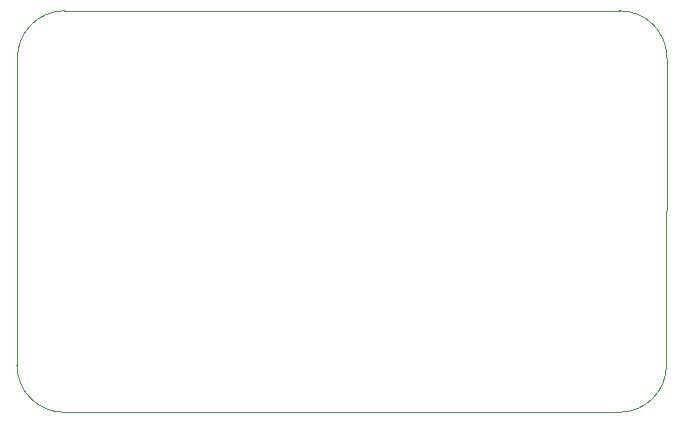
<source format=gbr>
G04 #@! TF.GenerationSoftware,KiCad,Pcbnew,(5.1.4)-1*
G04 #@! TF.CreationDate,2021-10-09T11:26:26+08:00*
G04 #@! TF.ProjectId,ConnectInterface,436f6e6e-6563-4744-996e-746572666163,rev?*
G04 #@! TF.SameCoordinates,Original*
G04 #@! TF.FileFunction,Profile,NP*
%FSLAX46Y46*%
G04 Gerber Fmt 4.6, Leading zero omitted, Abs format (unit mm)*
G04 Created by KiCad (PCBNEW (5.1.4)-1) date 2021-10-09 11:26:26*
%MOMM*%
%LPD*%
G04 APERTURE LIST*
%ADD10C,0.100000*%
G04 APERTURE END LIST*
D10*
X183522792Y-82153558D02*
X183560712Y-56139058D01*
X179560010Y-52163734D02*
G75*
G02X183560712Y-56139058I12689J-3988013D01*
G01*
X132549252Y-86161398D02*
G75*
G02X128525894Y-82168518I-15239J4008119D01*
G01*
X179560010Y-52163734D02*
X132549072Y-52163938D01*
X132549252Y-86161398D02*
X179547468Y-86154260D01*
X128524000Y-82166460D02*
X128573748Y-56164640D01*
X128573748Y-56164640D02*
G75*
G02X132549072Y-52163938I3988013J12689D01*
G01*
X183522792Y-82153558D02*
G75*
G02X179547468Y-86154260I-3988013J-12689D01*
G01*
M02*

</source>
